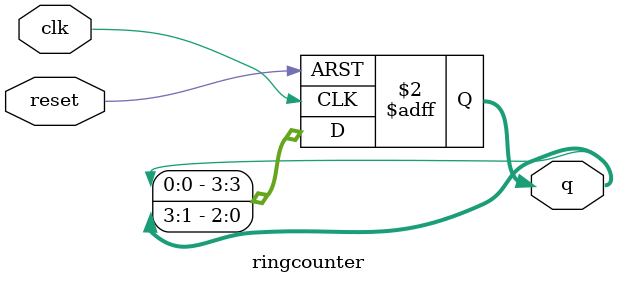
<source format=v>
module ringcounter(clk,q,reset);
   input clk,reset;
   output reg [3:0]q;
   
   always@(posedge clk or posedge reset)
   if(reset)
      begin
      q<=4'b0001;
      end
   else
      begin
      q[3]<=q[0];
      q[2]<=q[3];
      q[1]<=q[2];
      q[0]<=q[1];
      end
          
endmodule

</source>
